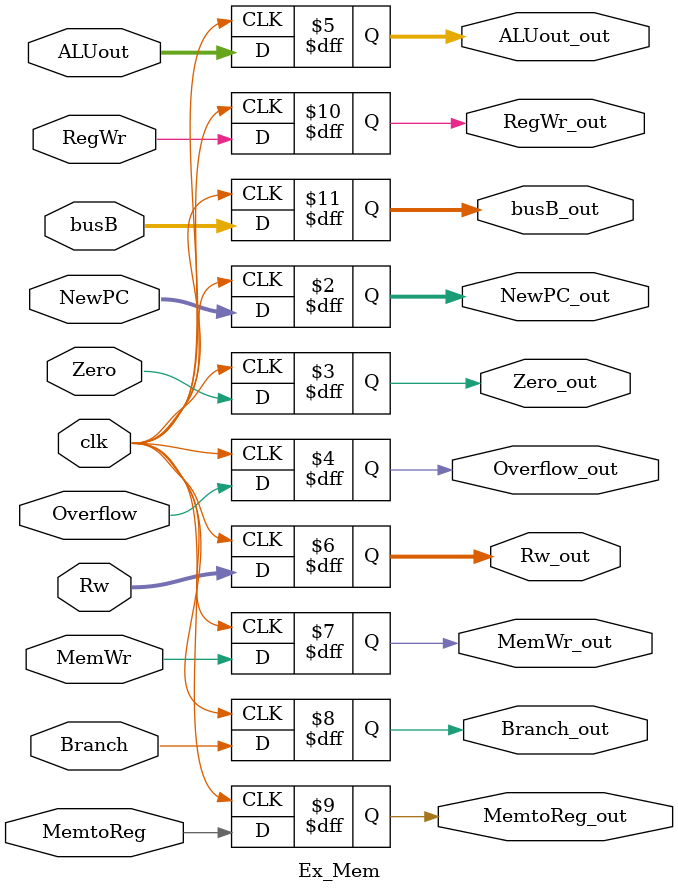
<source format=v>
`timescale 1ns / 1ps

module Ex_Mem(
input clk,
input [31:0]NewPC,
input Zero,
input Overflow,
input [31:0]ALUout,
input [4:0]Rw,
input MemWr,
input Branch,
input MemtoReg,
input RegWr,
input [31:0]busB,

output reg [31:0]NewPC_out,
output reg Zero_out,
output reg Overflow_out,
output reg [31:0]ALUout_out,
output reg [4:0]Rw_out,
output reg MemWr_out,
output reg Branch_out,
output reg MemtoReg_out,
output reg RegWr_out,
output reg [31:0]busB_out
);
    always @(negedge clk)
    begin
    NewPC_out=NewPC;
    busB_out=busB;
    Zero_out=Zero;
    Overflow_out=Overflow;
    ALUout_out=ALUout;
    Rw_out=Rw;
    MemWr_out=MemWr;
    Branch_out=Branch;
    MemtoReg_out=MemtoReg;
    RegWr_out=RegWr;
    end
endmodule

</source>
